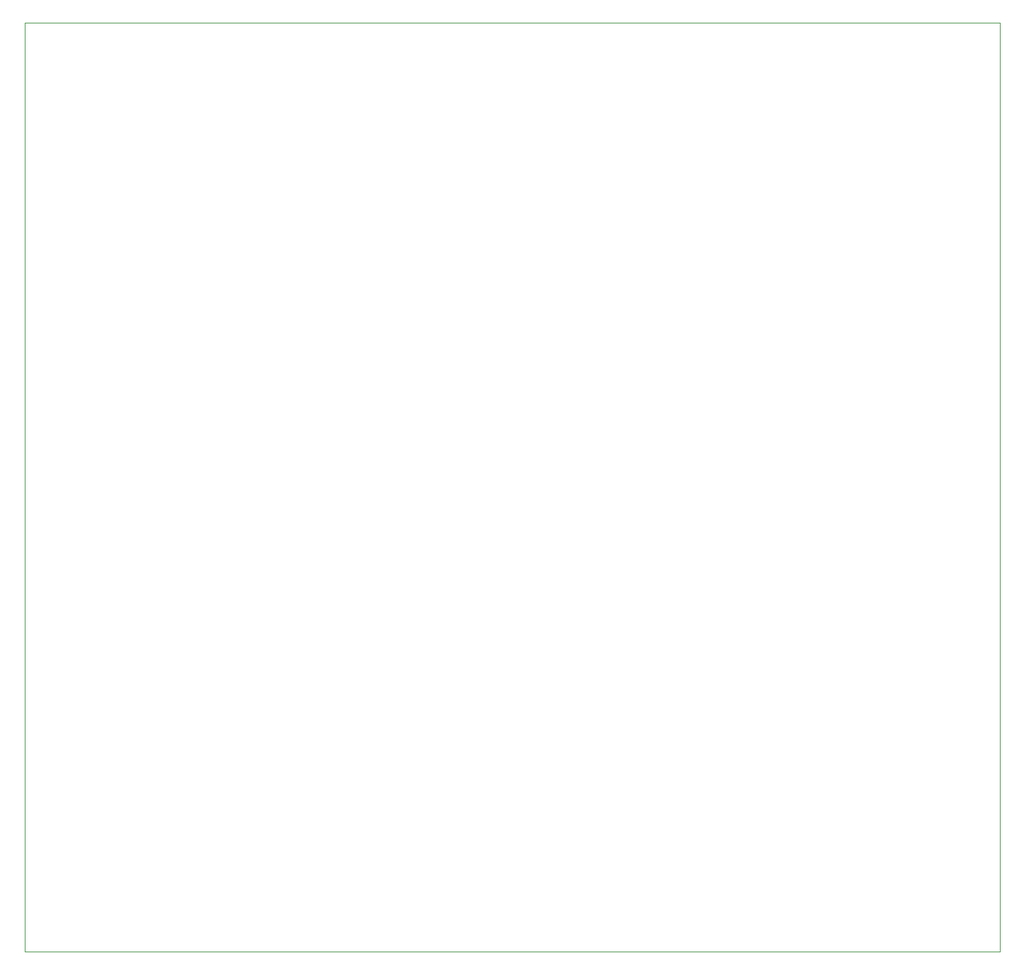
<source format=gbr>
G04 #@! TF.GenerationSoftware,KiCad,Pcbnew,(5.1.4)-1*
G04 #@! TF.CreationDate,2019-10-17T19:09:16-07:00*
G04 #@! TF.ProjectId,amiga crossover,616d6967-6120-4637-926f-73736f766572,0.2*
G04 #@! TF.SameCoordinates,Original*
G04 #@! TF.FileFunction,Profile,NP*
%FSLAX46Y46*%
G04 Gerber Fmt 4.6, Leading zero omitted, Abs format (unit mm)*
G04 Created by KiCad (PCBNEW (5.1.4)-1) date 2019-10-17 19:09:16*
%MOMM*%
%LPD*%
G04 APERTURE LIST*
%ADD10C,0.050000*%
G04 APERTURE END LIST*
D10*
X102616000Y-21209000D02*
X102616000Y-135382000D01*
X222504000Y-21209000D02*
X102616000Y-21209000D01*
X222504000Y-135382000D02*
X222504000Y-21209000D01*
X102616000Y-135382000D02*
X222504000Y-135382000D01*
M02*

</source>
